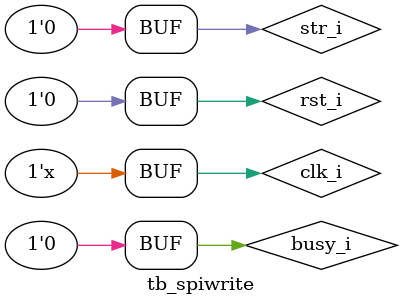
<source format=v>

`timescale 1 ns / 100 ps

module tb_spiwrite ();
	reg     clk_i;
	reg     rst_i;
	reg     str_i;
	reg     busy_i;
	wire    mosi_o;
	wire    dclk_o;
	wire    cs_o;
	wire    eow_o; 

	spi_write	DUT	(.clk_i(clk_i), .rst_i(rst_i), .str_i(str_i), .busy_i(busy_i), .mosi_o(mosi_o), .dclk_o(dclk_o), .cs_o(cs_o), .eow_o(eow_o));
	
	always #5 clk_i = ~clk_i;
		
	initial begin
		clk_i = 0;
		rst_i = 1;
		str_i = 0;
		busy_i = 1;
		
		#20
		rst_i = 0;
		
		#20
		busy_i = 0;
		
		#20
		str_i = 1;
		#20
		str_i = 0;
		
	end

endmodule

</source>
